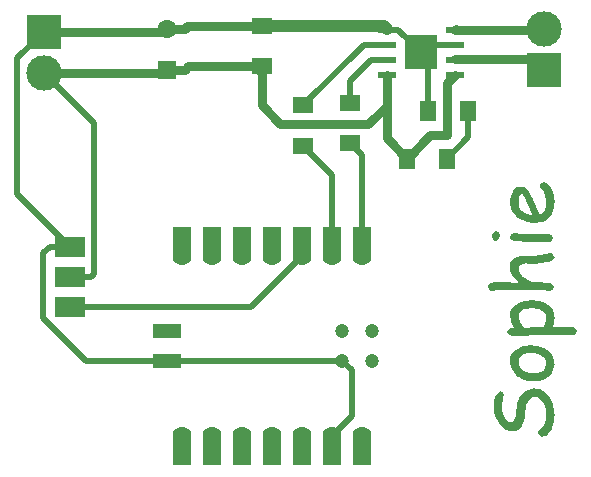
<source format=gbr>
%TF.GenerationSoftware,KiCad,Pcbnew,8.0.5*%
%TF.CreationDate,2024-10-15T13:47:11-04:00*%
%TF.ProjectId,first_pcb_ever,66697273-745f-4706-9362-5f657665722e,rev?*%
%TF.SameCoordinates,Original*%
%TF.FileFunction,Copper,L1,Top*%
%TF.FilePolarity,Positive*%
%FSLAX46Y46*%
G04 Gerber Fmt 4.6, Leading zero omitted, Abs format (unit mm)*
G04 Created by KiCad (PCBNEW 8.0.5) date 2024-10-15 13:47:11*
%MOMM*%
%LPD*%
G01*
G04 APERTURE LIST*
%ADD10C,0.150000*%
%TA.AperFunction,NonConductor*%
%ADD11C,0.150000*%
%TD*%
%TA.AperFunction,ComponentPad*%
%ADD12C,1.600000*%
%TD*%
%TA.AperFunction,SMDPad,CuDef*%
%ADD13R,1.600000X3.000000*%
%TD*%
%TA.AperFunction,SMDPad,CuDef*%
%ADD14R,2.400000X1.200000*%
%TD*%
%TA.AperFunction,SMDPad,CuDef*%
%ADD15C,1.200000*%
%TD*%
%TA.AperFunction,SMDPad,CuDef*%
%ADD16R,1.700000X1.400000*%
%TD*%
%TA.AperFunction,ComponentPad*%
%ADD17R,1.600000X1.600000*%
%TD*%
%TA.AperFunction,SMDPad,CuDef*%
%ADD18R,1.400000X1.700000*%
%TD*%
%TA.AperFunction,SMDPad,CuDef*%
%ADD19R,1.600000X0.600000*%
%TD*%
%TA.AperFunction,SMDPad,CuDef*%
%ADD20R,2.700000X2.900000*%
%TD*%
%TA.AperFunction,ComponentPad*%
%ADD21R,3.000000X3.000000*%
%TD*%
%TA.AperFunction,ComponentPad*%
%ADD22C,3.000000*%
%TD*%
%TA.AperFunction,SMDPad,CuDef*%
%ADD23R,2.500000X1.700000*%
%TD*%
%TA.AperFunction,Conductor*%
%ADD24C,0.500000*%
%TD*%
%TA.AperFunction,Conductor*%
%ADD25C,1.000000*%
%TD*%
%TA.AperFunction,Conductor*%
%ADD26C,0.800000*%
%TD*%
G04 APERTURE END LIST*
D10*
D11*
G36*
X138732868Y-104039602D02*
G01*
X138498143Y-103948137D01*
X138492288Y-103941905D01*
X138399839Y-103711066D01*
X138399476Y-103692777D01*
X138502516Y-103463341D01*
X138582658Y-103397243D01*
X138780795Y-103241574D01*
X138919713Y-103084612D01*
X139024006Y-102852638D01*
X139081250Y-102587405D01*
X139101286Y-102337953D01*
X139102896Y-102235868D01*
X139089767Y-101974376D01*
X139050383Y-101722348D01*
X138984743Y-101479784D01*
X138892847Y-101246685D01*
X138764719Y-101019231D01*
X138593673Y-100827691D01*
X138369862Y-100699428D01*
X138143021Y-100662944D01*
X137890765Y-100720954D01*
X137695753Y-100874369D01*
X137548180Y-101094424D01*
X137518981Y-101153872D01*
X137422091Y-101402982D01*
X137360133Y-101650526D01*
X137320921Y-101922647D01*
X137305268Y-102180914D01*
X137282523Y-102442025D01*
X137235048Y-102683138D01*
X137152080Y-102930488D01*
X137065910Y-103105373D01*
X136909747Y-103318551D01*
X136697936Y-103485572D01*
X136447871Y-103575507D01*
X136259909Y-103592637D01*
X135994646Y-103559445D01*
X135739552Y-103459868D01*
X135528993Y-103321680D01*
X135325904Y-103134720D01*
X135162370Y-102941663D01*
X135130286Y-102898988D01*
X134991319Y-102690690D01*
X134855650Y-102437898D01*
X134753898Y-102182016D01*
X134686063Y-101923042D01*
X134652146Y-101660977D01*
X134647906Y-101528785D01*
X134665251Y-101266720D01*
X134711625Y-101005373D01*
X134771249Y-100776517D01*
X134856810Y-100533419D01*
X134992652Y-100312569D01*
X135180355Y-100220865D01*
X135415272Y-100288753D01*
X135507641Y-100529832D01*
X135476633Y-100782471D01*
X135428262Y-101010990D01*
X135376681Y-101264414D01*
X135351197Y-101519178D01*
X135351325Y-101543440D01*
X135368499Y-101800887D01*
X135421575Y-102066612D01*
X135510393Y-102307028D01*
X135589462Y-102453244D01*
X135747552Y-102656104D01*
X135963707Y-102800360D01*
X136165875Y-102837927D01*
X136384473Y-102710921D01*
X136490838Y-102476257D01*
X136527355Y-102329902D01*
X136563794Y-102074896D01*
X136586597Y-101818727D01*
X136601849Y-101598394D01*
X136637140Y-101315535D01*
X136699050Y-101056805D01*
X136787578Y-100822203D01*
X136924505Y-100578997D01*
X137097662Y-100368632D01*
X137308855Y-100191250D01*
X137541878Y-100064549D01*
X137796731Y-99988529D01*
X138073412Y-99963189D01*
X138321435Y-99981644D01*
X138597811Y-100052513D01*
X138851003Y-100176533D01*
X139081011Y-100353704D01*
X139254975Y-100541949D01*
X139382554Y-100719120D01*
X139526566Y-100972384D01*
X139640783Y-101240331D01*
X139713203Y-101474836D01*
X139764932Y-101719538D01*
X139795969Y-101974437D01*
X139806315Y-102239532D01*
X139794569Y-102509603D01*
X139759332Y-102769506D01*
X139700602Y-103019240D01*
X139618382Y-103258807D01*
X139560851Y-103391137D01*
X139439836Y-103608537D01*
X139278684Y-103806279D01*
X139068177Y-103958569D01*
X138829582Y-104032242D01*
X138732868Y-104039602D01*
G37*
G36*
X138177034Y-96338501D02*
G01*
X138438440Y-96382092D01*
X138684219Y-96452303D01*
X138914371Y-96549132D01*
X139128894Y-96672579D01*
X139196929Y-96719644D01*
X139404025Y-96894554D01*
X139568274Y-97089557D01*
X139689675Y-97304653D01*
X139768228Y-97539842D01*
X139803935Y-97795123D01*
X139806315Y-97884682D01*
X139785979Y-98129207D01*
X139712935Y-98389918D01*
X139586768Y-98630630D01*
X139432795Y-98824850D01*
X139381332Y-98877529D01*
X139193098Y-99035681D01*
X138981938Y-99163007D01*
X138747851Y-99259507D01*
X138490838Y-99325181D01*
X138210899Y-99360028D01*
X138112491Y-99364794D01*
X137828673Y-99356965D01*
X137557907Y-99318826D01*
X137300192Y-99250376D01*
X137055530Y-99151615D01*
X136823919Y-99022544D01*
X136749616Y-98972784D01*
X136549433Y-98813531D01*
X136354001Y-98597949D01*
X136207426Y-98355662D01*
X136109710Y-98086670D01*
X136065602Y-97842111D01*
X136057092Y-97678297D01*
X136758164Y-97678297D01*
X136794754Y-97944322D01*
X136907272Y-98174992D01*
X137095717Y-98370307D01*
X137233217Y-98463538D01*
X137457511Y-98571568D01*
X137699000Y-98644244D01*
X137957684Y-98681564D01*
X138108827Y-98687020D01*
X138368466Y-98665575D01*
X138616621Y-98591443D01*
X138840554Y-98448740D01*
X138875750Y-98415910D01*
X139022818Y-98218455D01*
X139097350Y-97976960D01*
X139102896Y-97883461D01*
X139066660Y-97629925D01*
X138957953Y-97404211D01*
X138845219Y-97269190D01*
X138647177Y-97113604D01*
X138410257Y-97011686D01*
X138163788Y-96965843D01*
X138074633Y-96960223D01*
X137766887Y-96960757D01*
X137500052Y-96986784D01*
X137224038Y-97055167D01*
X136977200Y-97189806D01*
X136822412Y-97381804D01*
X136759672Y-97631161D01*
X136758164Y-97678297D01*
X136057092Y-97678297D01*
X136054745Y-97633112D01*
X136076770Y-97387419D01*
X136158139Y-97130296D01*
X136299465Y-96904963D01*
X136500747Y-96711419D01*
X136681228Y-96592637D01*
X136912772Y-96483243D01*
X137163951Y-96401899D01*
X137434765Y-96348604D01*
X137682518Y-96325249D01*
X137900000Y-96321528D01*
X138177034Y-96338501D01*
G37*
G36*
X138309779Y-92522893D02*
G01*
X138566420Y-92564882D01*
X138804256Y-92634863D01*
X139057965Y-92751888D01*
X139286078Y-92907013D01*
X139488787Y-93105373D01*
X139641709Y-93330731D01*
X139744842Y-93583087D01*
X139798186Y-93862441D01*
X139806315Y-94034193D01*
X139793328Y-94278198D01*
X139754366Y-94538364D01*
X139696406Y-94788904D01*
X141338939Y-94796231D01*
X141573355Y-94879951D01*
X141585624Y-94891486D01*
X141682006Y-95124103D01*
X141682100Y-95133286D01*
X141596233Y-95362980D01*
X141584403Y-95375087D01*
X141351847Y-95468753D01*
X141332833Y-95469120D01*
X139936985Y-95459351D01*
X138544801Y-95459351D01*
X138263301Y-95464130D01*
X137991247Y-95471143D01*
X137728638Y-95480388D01*
X137475475Y-95491865D01*
X137192055Y-95508077D01*
X137152616Y-95510642D01*
X136444312Y-95561933D01*
X136190748Y-95533725D01*
X136026657Y-95472784D01*
X135844659Y-95297648D01*
X135820272Y-95173586D01*
X135916748Y-94950104D01*
X136151221Y-94858513D01*
X136264794Y-94868283D01*
X136460188Y-94892707D01*
X136322401Y-94673976D01*
X136205301Y-94443607D01*
X136156106Y-94322400D01*
X136086816Y-94086648D01*
X136055141Y-93828667D01*
X136054745Y-93797278D01*
X136054854Y-93796057D01*
X136758164Y-93796057D01*
X136781947Y-94042767D01*
X136860753Y-94285464D01*
X136902267Y-94366364D01*
X137046981Y-94572444D01*
X137210815Y-94758660D01*
X137275959Y-94826762D01*
X137527542Y-94814096D01*
X137783121Y-94803578D01*
X138042694Y-94795206D01*
X138306263Y-94788980D01*
X138573827Y-94784902D01*
X138845386Y-94782970D01*
X138955129Y-94782798D01*
X139033053Y-94548597D01*
X139085435Y-94291251D01*
X139102896Y-94034193D01*
X139070934Y-93785323D01*
X138961945Y-93557297D01*
X138775610Y-93377180D01*
X138537588Y-93258112D01*
X138277763Y-93197242D01*
X138035554Y-93181786D01*
X137770960Y-93189091D01*
X137506204Y-93215328D01*
X137256343Y-93267653D01*
X137076901Y-93334438D01*
X136870531Y-93484265D01*
X136763144Y-93721257D01*
X136758164Y-93796057D01*
X136054854Y-93796057D01*
X136077242Y-93546347D01*
X136160356Y-93287237D01*
X136304712Y-93064359D01*
X136510310Y-92877711D01*
X136694661Y-92766573D01*
X136931990Y-92666170D01*
X137200525Y-92590427D01*
X137455535Y-92545133D01*
X137733471Y-92517956D01*
X137982597Y-92509149D01*
X138034333Y-92508897D01*
X138309779Y-92522893D01*
G37*
G36*
X139806315Y-88877006D02*
G01*
X139715043Y-89107632D01*
X139547418Y-89196964D01*
X139303785Y-89253865D01*
X139050383Y-89298659D01*
X138783166Y-89336934D01*
X138751186Y-89341067D01*
X138486985Y-89370584D01*
X138226284Y-89392050D01*
X137979460Y-89401889D01*
X137939078Y-89402128D01*
X137691425Y-89394615D01*
X137669190Y-89393579D01*
X137423020Y-89385164D01*
X137399302Y-89385031D01*
X137149483Y-89400458D01*
X136899039Y-89476021D01*
X136758790Y-89687596D01*
X136758164Y-89707431D01*
X136796923Y-89971495D01*
X136913201Y-90217193D01*
X137084129Y-90422618D01*
X137155059Y-90487787D01*
X137359135Y-90637882D01*
X137580489Y-90774346D01*
X137793124Y-90894643D01*
X137930530Y-90968946D01*
X138247206Y-90970663D01*
X138529841Y-90975815D01*
X138778434Y-90984402D01*
X139041305Y-90999965D01*
X139286540Y-91025725D01*
X139510781Y-91078855D01*
X139697589Y-91240952D01*
X139728157Y-91378053D01*
X139644437Y-91611324D01*
X139632903Y-91624738D01*
X139408160Y-91730880D01*
X139399651Y-91730983D01*
X139249441Y-91700453D01*
X138996292Y-91671477D01*
X138751186Y-91662595D01*
X138245603Y-91651605D01*
X135733565Y-91641835D01*
X135474986Y-91627929D01*
X135227959Y-91618269D01*
X135163258Y-91617411D01*
X134912299Y-91635958D01*
X134833531Y-91650383D01*
X134582997Y-91681778D01*
X134509909Y-91683356D01*
X134278918Y-91590524D01*
X134272993Y-91584438D01*
X134179327Y-91356963D01*
X134178960Y-91338974D01*
X134260644Y-91105416D01*
X134468387Y-91009246D01*
X134717873Y-90974456D01*
X134963108Y-90956824D01*
X135044801Y-90955512D01*
X135308125Y-90958775D01*
X135556747Y-90967499D01*
X135765317Y-90978715D01*
X136016405Y-90990102D01*
X136270957Y-90995717D01*
X136505373Y-90995812D01*
X136807013Y-90992149D01*
X136609820Y-90830473D01*
X136426065Y-90643808D01*
X136266912Y-90429937D01*
X136242812Y-90390090D01*
X136135738Y-90164662D01*
X136069621Y-89908207D01*
X136054745Y-89708653D01*
X136077872Y-89445863D01*
X136159176Y-89203687D01*
X136318173Y-89000994D01*
X136424773Y-88925854D01*
X136670752Y-88830657D01*
X136920828Y-88783377D01*
X137190315Y-88758704D01*
X137302826Y-88753663D01*
X137957397Y-88725575D01*
X138671807Y-88657187D01*
X138935935Y-88621846D01*
X139177552Y-88581310D01*
X139377669Y-88539951D01*
X139476587Y-88526517D01*
X139706358Y-88623934D01*
X139712281Y-88630321D01*
X139805948Y-88859155D01*
X139806315Y-88877006D01*
G37*
G36*
X135195010Y-87056175D02*
G01*
X135127290Y-87295056D01*
X135092428Y-87341939D01*
X134870184Y-87460567D01*
X134843300Y-87461618D01*
X134615004Y-87363327D01*
X134595394Y-87341939D01*
X134495240Y-87116454D01*
X134491591Y-87056175D01*
X134560117Y-86818907D01*
X134595394Y-86772854D01*
X134816428Y-86655437D01*
X134843300Y-86654396D01*
X135072600Y-86751684D01*
X135092428Y-86772854D01*
X135192506Y-87005788D01*
X135195010Y-87056175D01*
G37*
G36*
X138046545Y-86901081D02*
G01*
X138307580Y-86898333D01*
X138571877Y-86892666D01*
X138673028Y-86890090D01*
X138935634Y-86883137D01*
X139182732Y-86878641D01*
X139300732Y-86877878D01*
X139533490Y-86954104D01*
X139552302Y-86970690D01*
X139649618Y-87196233D01*
X139650000Y-87214933D01*
X139564133Y-87444626D01*
X139552302Y-87456734D01*
X139319747Y-87550400D01*
X139300732Y-87550767D01*
X139038782Y-87553820D01*
X138774198Y-87560117D01*
X138673028Y-87562979D01*
X138410566Y-87569932D01*
X138164011Y-87574428D01*
X138046545Y-87575191D01*
X137801505Y-87571151D01*
X137545431Y-87560465D01*
X137287842Y-87545138D01*
X137227110Y-87540997D01*
X136963811Y-87523878D01*
X136701393Y-87511427D01*
X136449373Y-87505721D01*
X136407676Y-87505582D01*
X136171286Y-87428354D01*
X136152442Y-87411549D01*
X136054840Y-87178857D01*
X136054745Y-87169748D01*
X136140611Y-86939912D01*
X136152442Y-86927948D01*
X136378664Y-86833530D01*
X136407676Y-86832693D01*
X136652716Y-86836734D01*
X136908790Y-86847419D01*
X137166379Y-86862746D01*
X137227110Y-86866887D01*
X137490410Y-86883416D01*
X137752828Y-86895438D01*
X138004847Y-86900948D01*
X138046545Y-86901081D01*
G37*
G36*
X139112040Y-82570803D02*
G01*
X139308342Y-82727370D01*
X139468073Y-82948124D01*
X139560851Y-83125087D01*
X139656496Y-83353959D01*
X139737038Y-83612094D01*
X139786898Y-83866564D01*
X139806075Y-84117371D01*
X139806315Y-84148464D01*
X139792662Y-84429334D01*
X139751704Y-84689424D01*
X139683440Y-84928734D01*
X139569287Y-85181666D01*
X139417969Y-85406315D01*
X139244661Y-85584774D01*
X139011865Y-85746311D01*
X138786093Y-85844771D01*
X138536107Y-85906309D01*
X138261906Y-85930924D01*
X138213852Y-85931437D01*
X137941565Y-85920883D01*
X137683410Y-85889219D01*
X137439388Y-85836447D01*
X137165216Y-85745257D01*
X136911394Y-85623670D01*
X136715422Y-85499127D01*
X136525090Y-85344478D01*
X136339275Y-85138512D01*
X136199913Y-84910308D01*
X136107005Y-84659863D01*
X136060552Y-84387179D01*
X136054745Y-84242498D01*
X136758164Y-84242498D01*
X136787621Y-84490581D01*
X136888070Y-84731791D01*
X137041246Y-84922272D01*
X137059804Y-84939811D01*
X137277381Y-85100000D01*
X137524183Y-85220514D01*
X137784111Y-85308823D01*
X137965945Y-85355024D01*
X137500662Y-84301116D01*
X137381760Y-84046231D01*
X137269753Y-83825472D01*
X137135876Y-83591786D01*
X137013398Y-83414515D01*
X136878802Y-83622359D01*
X136794056Y-83876477D01*
X136760407Y-84144746D01*
X136758164Y-84242498D01*
X136054745Y-84242498D01*
X136066881Y-83970472D01*
X136103288Y-83724703D01*
X136173259Y-83479597D01*
X136248918Y-83311933D01*
X136404530Y-83097642D01*
X136625016Y-82941794D01*
X136866280Y-82875558D01*
X136986531Y-82868632D01*
X137238636Y-82923243D01*
X137454042Y-83069252D01*
X137619120Y-83256978D01*
X137743875Y-83480441D01*
X137849748Y-83702106D01*
X137960726Y-83950394D01*
X137975715Y-83984822D01*
X138552128Y-85296406D01*
X138752219Y-85124315D01*
X138907969Y-84921588D01*
X138964898Y-84817690D01*
X139054246Y-84568995D01*
X139096292Y-84311882D01*
X139102896Y-84149685D01*
X139081524Y-83892009D01*
X139032688Y-83652074D01*
X139017411Y-83592812D01*
X138934751Y-83348270D01*
X138806590Y-83135960D01*
X138732868Y-83071353D01*
X138566859Y-82885881D01*
X138555792Y-82819783D01*
X138651046Y-82606071D01*
X138873307Y-82510816D01*
X139112040Y-82570803D01*
G37*
D12*
%TO.P,M1,1,D0*%
%TO.N,/IN1*%
X123500000Y-88765000D03*
D13*
X123500000Y-87765000D03*
D12*
%TO.P,M1,2,D1*%
%TO.N,/IN2*%
X120960000Y-88765000D03*
D13*
X120960000Y-87765000D03*
D12*
%TO.P,M1,3,D2*%
%TO.N,/PWM*%
X118420000Y-88765000D03*
D13*
X118420000Y-87765000D03*
D12*
%TO.P,M1,4,D3*%
%TO.N,unconnected-(M1-D3-Pad4)*%
X115880000Y-88765000D03*
D13*
X115880000Y-87765000D03*
D12*
%TO.P,M1,5,D4*%
%TO.N,unconnected-(M1-D4-Pad5)*%
X113340000Y-88765000D03*
D13*
X113340000Y-87765000D03*
D12*
%TO.P,M1,6,D5*%
%TO.N,unconnected-(M1-D5-Pad6)*%
X110800000Y-88765000D03*
D13*
X110800000Y-87765000D03*
D12*
%TO.P,M1,7,D6*%
%TO.N,unconnected-(M1-D6-Pad7)*%
X108260000Y-88765000D03*
D13*
X108260000Y-87765000D03*
D12*
%TO.P,M1,8,D7*%
%TO.N,unconnected-(M1-D7-Pad8)*%
X108260000Y-104000000D03*
D13*
X108260000Y-105000000D03*
D12*
%TO.P,M1,9,D8*%
%TO.N,unconnected-(M1-D8-Pad9)*%
X110800000Y-104000000D03*
D13*
X110800000Y-105000000D03*
D12*
%TO.P,M1,10,D9*%
%TO.N,unconnected-(M1-D9-Pad10)*%
X113340000Y-104000000D03*
D13*
X113340000Y-105000000D03*
D12*
%TO.P,M1,11,D10*%
%TO.N,unconnected-(M1-D10-Pad11)*%
X115880000Y-104000000D03*
D13*
X115880000Y-105000000D03*
D12*
%TO.P,M1,12,3V3*%
%TO.N,unconnected-(M1-3V3-Pad12)*%
X118420000Y-104000000D03*
D13*
X118420000Y-105000000D03*
D12*
%TO.P,M1,13,GND*%
%TO.N,PWR_GND*%
X120960000Y-104000000D03*
D13*
X120960000Y-105000000D03*
D12*
%TO.P,M1,14,5V*%
%TO.N,unconnected-(M1-5V-Pad14)*%
X123500000Y-104000000D03*
D13*
X123500000Y-105000000D03*
D14*
%TO.P,M1,15,GND*%
%TO.N,PWR_GND*%
X106990000Y-97655000D03*
%TO.P,M1,16,VIN*%
%TO.N,unconnected-(M1-VIN-Pad16)*%
X106990000Y-95115000D03*
D15*
%TO.P,M1,17,SWDIO*%
%TO.N,unconnected-(M1-SWDIO-Pad17)*%
X124380000Y-95110000D03*
%TO.P,M1,18,RESET*%
%TO.N,unconnected-(M1-RESET-Pad18)*%
X121840000Y-95110000D03*
%TO.P,M1,19,GND*%
%TO.N,PWR_GND*%
X121840000Y-97650000D03*
%TO.P,M1,20,SWCLK*%
%TO.N,unconnected-(M1-SWCLK-Pad20)*%
X124380000Y-97650000D03*
%TD*%
D16*
%TO.P,C2,1*%
%TO.N,PWR_5V*%
X115000000Y-72700000D03*
%TO.P,C2,2*%
%TO.N,PWR_GND*%
X115000000Y-69300000D03*
%TD*%
%TO.P,JP1,1,A*%
%TO.N,/IN2*%
X118500000Y-79400000D03*
%TO.P,JP1,2,B*%
%TO.N,Net-(JP1-B)*%
X118500000Y-76000000D03*
%TD*%
D17*
%TO.P,C1,1*%
%TO.N,PWR_5V*%
X107000000Y-73000000D03*
D12*
%TO.P,C1,2*%
%TO.N,PWR_GND*%
X107000000Y-69500000D03*
%TD*%
D18*
%TO.P,C3,1*%
%TO.N,PWR_5V*%
X127300000Y-80500000D03*
%TO.P,C3,2*%
%TO.N,Net-(JP3-A)*%
X130700000Y-80500000D03*
%TD*%
D19*
%TO.P,U1,1,GND*%
%TO.N,PWR_GND*%
X125600000Y-69595000D03*
%TO.P,U1,2,IN2*%
%TO.N,Net-(JP1-B)*%
X125600000Y-70865000D03*
%TO.P,U1,3,IN1*%
%TO.N,Net-(JP2-B)*%
X125600000Y-72135000D03*
%TO.P,U1,4,VREF*%
%TO.N,PWR_5V*%
X125600000Y-73405000D03*
%TO.P,U1,5,VM*%
X131400000Y-73405000D03*
%TO.P,U1,6,OUT1*%
%TO.N,/OUT1*%
X131400000Y-72135000D03*
%TO.P,U1,7,RS*%
%TO.N,PWR_GND*%
X131400000Y-70865000D03*
%TO.P,U1,8,OUT2*%
%TO.N,/OUT2*%
X131400000Y-69595000D03*
D20*
%TO.P,U1,9,PAD*%
%TO.N,PWR_GND*%
X128500000Y-71500000D03*
%TD*%
D18*
%TO.P,JP3,1,A*%
%TO.N,Net-(JP3-A)*%
X132500000Y-76500000D03*
%TO.P,JP3,2,B*%
%TO.N,PWR_GND*%
X129100000Y-76500000D03*
%TD*%
D21*
%TO.P,J2,1,Pin_1*%
%TO.N,PWR_GND*%
X96550000Y-69750000D03*
D22*
%TO.P,J2,2,Pin_2*%
%TO.N,PWR_5V*%
X96550000Y-73250000D03*
%TD*%
D21*
%TO.P,J1,1,Pin_1*%
%TO.N,/OUT1*%
X138950000Y-73000000D03*
D22*
%TO.P,J1,2,Pin_2*%
%TO.N,/OUT2*%
X138950000Y-69500000D03*
%TD*%
D23*
%TO.P,J3,1,Pin_1*%
%TO.N,/PWM*%
X98800000Y-93050000D03*
%TO.P,J3,2,Pin_2*%
%TO.N,PWR_5V*%
X98800000Y-90510000D03*
%TO.P,J3,3,Pin_3*%
%TO.N,PWR_GND*%
X98800000Y-87970000D03*
%TD*%
D16*
%TO.P,JP2,1,A*%
%TO.N,/IN1*%
X122500000Y-79200000D03*
%TO.P,JP2,2,B*%
%TO.N,Net-(JP2-B)*%
X122500000Y-75800000D03*
%TD*%
D24*
%TO.N,PWR_GND*%
X94300000Y-83470000D02*
X94300000Y-72000000D01*
X98800000Y-87970000D02*
X94300000Y-83470000D01*
X97050000Y-87970000D02*
X96500000Y-88520000D01*
X94300000Y-72000000D02*
X96550000Y-69750000D01*
X100155000Y-97655000D02*
X106990000Y-97655000D01*
X126595000Y-69595000D02*
X125600000Y-69595000D01*
D25*
X125335000Y-69300000D02*
X125600000Y-69565000D01*
D26*
X106750000Y-69750000D02*
X107000000Y-69500000D01*
D24*
X128500000Y-71500000D02*
X126595000Y-69595000D01*
X129100000Y-76500000D02*
X129100000Y-72100000D01*
X121835000Y-97655000D02*
X121840000Y-97650000D01*
X96550000Y-70068019D02*
X96550000Y-69750000D01*
X128500000Y-71500000D02*
X129135000Y-70865000D01*
X122630000Y-98440000D02*
X122630000Y-102330000D01*
D26*
X96550000Y-69750000D02*
X106750000Y-69750000D01*
D25*
X114900000Y-69200000D02*
X115000000Y-69300000D01*
X115000000Y-69300000D02*
X125335000Y-69300000D01*
D26*
X108500000Y-69500000D02*
X108700000Y-69300000D01*
X108700000Y-69300000D02*
X115000000Y-69300000D01*
D24*
X98800000Y-87970000D02*
X97050000Y-87970000D01*
X106990000Y-97655000D02*
X121835000Y-97655000D01*
X96500000Y-94000000D02*
X100155000Y-97655000D01*
X96500000Y-88520000D02*
X96500000Y-94000000D01*
X129100000Y-72100000D02*
X128500000Y-71500000D01*
D26*
X107000000Y-69500000D02*
X108500000Y-69500000D01*
D24*
X129135000Y-70865000D02*
X131400000Y-70865000D01*
X121840000Y-97650000D02*
X122630000Y-98440000D01*
X122630000Y-102330000D02*
X120960000Y-104000000D01*
%TO.N,PWR_5V*%
X100800000Y-77500000D02*
X96550000Y-73250000D01*
D26*
X124050000Y-77600000D02*
X125600000Y-76050000D01*
X114700000Y-73000000D02*
X115000000Y-72700000D01*
X125600000Y-74000000D02*
X125600000Y-73405000D01*
X130700000Y-78500000D02*
X130700000Y-74105000D01*
X115000000Y-76000000D02*
X116600000Y-77600000D01*
X108500000Y-73000000D02*
X108800000Y-72700000D01*
X125600000Y-78800000D02*
X127300000Y-80500000D01*
X129300000Y-78500000D02*
X130700000Y-78500000D01*
D24*
X98800000Y-90510000D02*
X100550000Y-90510000D01*
D26*
X106750000Y-73250000D02*
X107000000Y-73000000D01*
D24*
X100800000Y-90260000D02*
X100800000Y-77500000D01*
D26*
X96550000Y-73250000D02*
X106750000Y-73250000D01*
X130700000Y-74105000D02*
X131400000Y-73405000D01*
X125600000Y-73405000D02*
X125600000Y-78800000D01*
X108800000Y-72700000D02*
X115000000Y-72700000D01*
X116600000Y-77600000D02*
X124050000Y-77600000D01*
D24*
X100550000Y-90510000D02*
X100800000Y-90260000D01*
D26*
X127300000Y-80500000D02*
X129300000Y-78500000D01*
X115000000Y-72700000D02*
X115000000Y-76000000D01*
X125600000Y-76050000D02*
X125600000Y-74000000D01*
X107000000Y-73000000D02*
X108500000Y-73000000D01*
%TO.N,/OUT1*%
X138950000Y-73000000D02*
X138055000Y-72105000D01*
X138055000Y-72105000D02*
X131400000Y-72105000D01*
%TO.N,/OUT2*%
X138855000Y-69595000D02*
X138950000Y-69500000D01*
X131495000Y-69500000D02*
X131400000Y-69595000D01*
X131400000Y-69595000D02*
X138855000Y-69595000D01*
D24*
%TO.N,/PWM*%
X98800000Y-93050000D02*
X114135000Y-93050000D01*
X114135000Y-93050000D02*
X118420000Y-88765000D01*
%TO.N,/IN1*%
X122500000Y-79200000D02*
X123500000Y-80200000D01*
X123500000Y-80200000D02*
X123500000Y-88765000D01*
%TO.N,/IN2*%
X120960000Y-81860000D02*
X120960000Y-88765000D01*
X118500000Y-79400000D02*
X120960000Y-81860000D01*
%TO.N,Net-(JP1-B)*%
X118500000Y-76000000D02*
X123635000Y-70865000D01*
X123635000Y-70865000D02*
X125600000Y-70865000D01*
%TO.N,Net-(JP2-B)*%
X124270000Y-72135000D02*
X125600000Y-72135000D01*
X122500000Y-75800000D02*
X122500000Y-73905000D01*
X122500000Y-73905000D02*
X124270000Y-72135000D01*
%TO.N,Net-(JP3-A)*%
X132500000Y-78700000D02*
X132500000Y-76500000D01*
X130700000Y-80500000D02*
X132500000Y-78700000D01*
%TD*%
M02*

</source>
